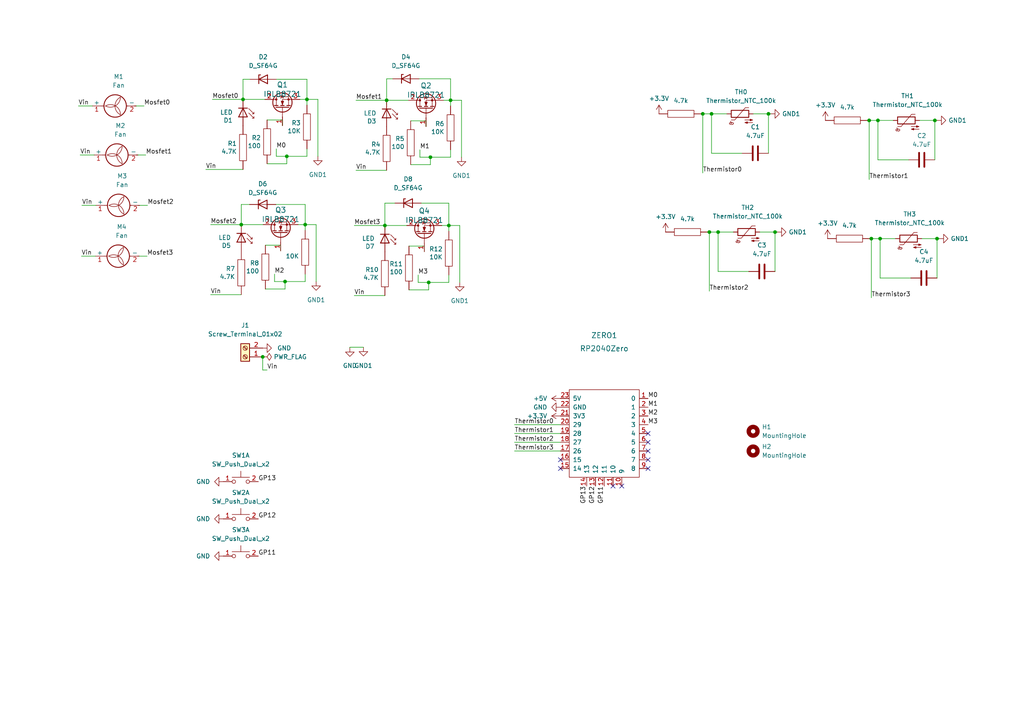
<source format=kicad_sch>
(kicad_sch (version 20230121) (generator eeschema)
  (paper "A4")
  (title_block (title "Aux board") (date "2023-02-12") (rev "0"))
  (lib_symbols
    (symbol "Connector:Screw_Terminal_01x02" (pin_names (offset 1.016) hide)
      (property "Reference" "J" (at 0 2.54 0))
      (property "Value" "Screw_Terminal_01x02" (at 0 -5.08 0))
      (symbol "Screw_Terminal_01x02_1_1"
        (rectangle (start -1.27 1.27) (end 1.27 -3.81) (stroke (width 0.254)) (fill (type background)))
        (circle (center 0 -2.54) (radius 0.635) (stroke (width 0.1524)))
        (polyline (pts (xy -0.5334 -2.2098) (xy 0.3302 -3.048)) (stroke (width 0.1524)))
        (polyline (pts (xy -0.5334 0.3302) (xy 0.3302 -0.508)) (stroke (width 0.1524)))
        (polyline (pts (xy -0.3556 -2.032) (xy 0.508 -2.8702)) (stroke (width 0.1524)))
        (polyline (pts (xy -0.3556 0.508) (xy 0.508 -0.3302)) (stroke (width 0.1524)))
        (circle (center 0 0) (radius 0.635) (stroke (width 0.1524)))
        (pin passive line (at -5.08 0 0) (length 3.81) (name "Pin_1") (number "1"))
        (pin passive line (at -5.08 -2.54 0) (length 3.81) (name "Pin_2") (number "2"))
      )
    )
    (symbol "Device:C" (pin_numbers hide) (pin_names (offset 0.254))
      (property "Reference" "C" (at 0.635 2.54 0))
      (property "Value" "C" (at 0.635 -2.54 0))
      (symbol "C_0_1"
        (polyline (pts (xy -2.032 -0.762) (xy 2.032 -0.762)) (stroke (width 0.508)))
        (polyline (pts (xy -2.032 0.762) (xy 2.032 0.762)) (stroke (width 0.508)))
      )
      (symbol "C_1_1"
        (pin passive line (at 0 3.81 270) (length 2.794) (name "~") (number "1"))
        (pin passive line (at 0 -3.81 90) (length 2.794) (name "~") (number "2"))
      )
    )
    (symbol "Device:D_Zener" (pin_numbers hide) (pin_names (offset 1.016) hide)
      (property "Reference" "D" (at 0 2.54 0))
      (property "Value" "D_Zener" (at 0 -2.54 0))
      (symbol "D_Zener_0_1"
        (polyline (pts (xy 1.27 0) (xy -1.27 0)))
        (polyline (pts (xy -1.27 -1.27) (xy -1.27 1.27) (xy -0.762 1.27)) (stroke (width 0.254)))
        (polyline (pts (xy 1.27 -1.27) (xy 1.27 1.27) (xy -1.27 0) (xy 1.27 -1.27)) (stroke (width 0.254)))
      )
      (symbol "D_Zener_1_1"
        (pin passive line (at -3.81 0 0) (length 2.54) (name "K") (number "1"))
        (pin passive line (at 3.81 0 180) (length 2.54) (name "A") (number "2"))
      )
    )
    (symbol "Device:Thermistor_NTC" (pin_numbers hide) (pin_names (offset 0))
      (property "Reference" "TH" (at -4.445 0 90))
      (property "Value" "Thermistor_NTC" (at 3.175 0 90))
      (symbol "Thermistor_NTC_0_1"
        (arc (start -3.048 2.159) (mid -3.0495 2.3143) (end -3.175 2.413))
        (arc (start -3.048 2.159) (mid -2.9736 1.9794) (end -2.794 1.905))
        (arc (start -3.048 2.794) (mid -2.9736 2.6144) (end -2.794 2.54))
        (arc (start -2.794 1.905) (mid -2.6144 1.9794) (end -2.54 2.159))
        (arc (start -2.794 2.54) (mid -2.4393 2.5587) (end -2.159 2.794))
        (arc (start -2.794 3.048) (mid -2.9736 2.9736) (end -3.048 2.794))
        (arc (start -2.54 2.794) (mid -2.6144 2.9736) (end -2.794 3.048))
        (rectangle (start -1.016 2.54) (end 1.016 -2.54) (stroke (width 0.254)))
        (polyline (pts (xy -2.54 2.159) (xy -2.54 2.794)))
        (polyline (pts (xy -1.778 2.54) (xy -1.778 1.524) (xy 1.778 -1.524) (xy 1.778 -2.54)))
        (polyline (pts (xy -2.54 -3.683) (xy -2.54 -1.397) (xy -2.794 -2.159) (xy -2.286 -2.159) (xy -2.54 -1.397) (xy -2.54 -1.651)) (fill (type outline)))
        (polyline (pts (xy -1.778 -1.397) (xy -1.778 -3.683) (xy -2.032 -2.921) (xy -1.524 -2.921) (xy -1.778 -3.683) (xy -1.778 -3.429)) (fill (type outline)))
      )
      (symbol "Thermistor_NTC_1_1"
        (pin passive line (at 0 3.81 270) (length 1.27) (name "~") (number "1"))
        (pin passive line (at 0 -3.81 90) (length 1.27) (name "~") (number "2"))
      )
    )
    (symbol "LED:CQY99" (pin_numbers hide) (pin_names (offset 1.016) hide)
      (property "Reference" "D" (at 0.508 1.778 0))
      (property "Value" "CQY99" (at -1.016 -2.794 0))
      (symbol "CQY99_0_1"
        (polyline (pts (xy -2.54 1.27) (xy -2.54 -1.27)) (stroke (width 0.254)))
        (polyline (pts (xy 0 0) (xy -2.54 0)))
        (polyline (pts (xy 0.381 3.175) (xy -0.127 3.175)))
        (polyline (pts (xy -1.143 1.651) (xy 0.381 3.175) (xy 0.381 2.667)))
        (polyline (pts (xy 0 -1.27) (xy -2.54 0) (xy 0 1.27) (xy 0 -1.27)) (stroke (width 0.254)))
        (polyline (pts (xy -2.413 1.651) (xy -0.889 3.175) (xy -0.889 2.667) (xy -0.889 3.175) (xy -1.397 3.175)))
      )
      (symbol "CQY99_1_1"
        (pin passive line (at -5.08 0 0) (length 2.54) (name "K") (number "1"))
        (pin passive line (at 2.54 0 180) (length 2.54) (name "A") (number "2"))
      )
    )
    (symbol "Mechanical:MountingHole" (pin_names (offset 1.016))
      (property "Reference" "H" (at 0 5.08 0))
      (property "Value" "MountingHole" (at 0 3.175 0))
      (symbol "MountingHole_0_1"
        (circle (center 0 0) (radius 1.27) (stroke (width 1.27)))
      )
    )
    (symbol "Motor:Fan" (pin_names (offset 0))
      (property "Reference" "M" (at 2.54 5.08 0))
      (property "Value" "Fan" (at 2.54 -2.54 0))
      (symbol "Fan_0_1"
        (arc (start -2.54 -0.508) (mid 0.0028 0.9121) (end 0 3.81))
        (polyline (pts (xy 0 -5.08) (xy 0 -4.572)))
        (polyline (pts (xy 0 -2.2352) (xy 0 -2.6416)))
        (polyline (pts (xy 0 4.2672) (xy 0 4.6228)))
        (polyline (pts (xy 0 4.572) (xy 0 5.08)))
        (circle (center 0 1.016) (radius 3.2512) (stroke (width 0.254)))
        (arc (start 0 3.81) (mid 0.053 0.921) (end 2.54 -0.508))
        (arc (start 2.54 -0.508) (mid 0 1.0618) (end -2.54 -0.508))
      )
      (symbol "Fan_1_1"
        (pin passive line (at 0 7.62 270) (length 2.54) (name "+") (number "1"))
        (pin passive line (at 0 -5.08 90) (length 2.54) (name "-") (number "2"))
      )
    )
    (symbol "Switch:SW_Push_Dual_x2" (pin_names (offset 1.016) hide)
      (property "Reference" "SW" (at 1.27 2.54 0))
      (property "Value" "SW_Push_Dual_x2" (at 0 -1.524 0))
      (symbol "SW_Push_Dual_x2_0_1"
        (circle (center -2.032 0) (radius 0.508))
        (polyline (pts (xy 0 1.27) (xy 0 3.048)))
        (polyline (pts (xy 2.54 1.27) (xy -2.54 1.27)))
        (circle (center 2.032 0) (radius 0.508))
      )
      (symbol "SW_Push_Dual_x2_1_1"
        (pin passive line (at -5.08 0 0) (length 2.54) (name "C") (number "1"))
        (pin passive line (at 5.08 0 180) (length 2.54) (name "D") (number "2"))
      )
      (symbol "SW_Push_Dual_x2_2_1"
        (pin passive line (at -5.08 0 0) (length 2.54) (name "C") (number "3"))
        (pin passive line (at 5.08 0 180) (length 2.54) (name "D") (number "4"))
      )
    )
    (symbol "Transistor_FET:IRLB8721PBF" (pin_names hide)
      (property "Reference" "Q" (at 6.35 1.905 0))
      (property "Value" "IRLB8721PBF" (at 6.35 0 0))
      (symbol "IRLB8721PBF_0_1"
        (polyline (pts (xy 0.254 0) (xy -2.54 0)))
        (polyline (pts (xy 0.254 1.905) (xy 0.254 -1.905)) (stroke (width 0.254)))
        (polyline (pts (xy 0.762 -1.27) (xy 0.762 -2.286)) (stroke (width 0.254)))
        (polyline (pts (xy 0.762 0.508) (xy 0.762 -0.508)) (stroke (width 0.254)))
        (polyline (pts (xy 0.762 2.286) (xy 0.762 1.27)) (stroke (width 0.254)))
        (polyline (pts (xy 2.54 2.54) (xy 2.54 1.778)))
        (polyline (pts (xy 2.54 -2.54) (xy 2.54 0) (xy 0.762 0)))
        (polyline (pts (xy 0.762 -1.778) (xy 3.302 -1.778) (xy 3.302 1.778) (xy 0.762 1.778)))
        (polyline (pts (xy 1.016 0) (xy 2.032 0.381) (xy 2.032 -0.381) (xy 1.016 0)) (fill (type outline)))
        (polyline (pts (xy 2.794 0.508) (xy 2.921 0.381) (xy 3.683 0.381) (xy 3.81 0.254)))
        (polyline (pts (xy 3.302 0.381) (xy 2.921 -0.254) (xy 3.683 -0.254) (xy 3.302 0.381)))
        (circle (center 1.651 0) (radius 2.794) (stroke (width 0.254)))
        (circle (center 2.54 -1.778) (radius 0.254) (fill (type outline)))
        (circle (center 2.54 1.778) (radius 0.254) (fill (type outline)))
      )
      (symbol "IRLB8721PBF_1_1"
        (pin input line (at -5.08 0 0) (length 2.54) (name "G") (number "1"))
        (pin passive line (at 2.54 5.08 270) (length 2.54) (name "D") (number "2"))
        (pin passive line (at 2.54 -5.08 90) (length 2.54) (name "S") (number "3"))
      )
    )
    (symbol "mcu:rp2040-zero" (pin_names (offset 1.016))
      (property "Reference" "U" (at 0 15.24 0))
      (property "Value" "rp2040-zero" (at 0 12.7 0))
      (symbol "rp2040-zero_0_1"
        (rectangle (start -10.16 11.43) (end 10.16 -13.97))
      )
      (symbol "rp2040-zero_1_1"
        (pin bidirectional line (at 12.7 8.89 180) (length 2.54) (name "0") (number "1"))
        (pin bidirectional line (at 5.08 -16.51 90) (length 2.54) (name "9") (number "10"))
        (pin bidirectional line (at 2.54 -16.51 90) (length 2.54) (name "10") (number "11"))
        (pin bidirectional line (at 0 -16.51 90) (length 2.54) (name "11") (number "12"))
        (pin bidirectional line (at -2.54 -16.51 90) (length 2.54) (name "12") (number "13"))
        (pin bidirectional line (at -5.08 -16.51 90) (length 2.54) (name "13") (number "14"))
        (pin bidirectional line (at -12.7 -11.43 0) (length 2.54) (name "14") (number "15"))
        (pin bidirectional line (at -12.7 -8.89 0) (length 2.54) (name "15") (number "16"))
        (pin bidirectional line (at -12.7 -6.35 0) (length 2.54) (name "26") (number "17"))
        (pin bidirectional line (at -12.7 -3.81 0) (length 2.54) (name "27") (number "18"))
        (pin bidirectional line (at -12.7 -1.27 0) (length 2.54) (name "28") (number "19"))
        (pin bidirectional line (at 12.7 6.35 180) (length 2.54) (name "1") (number "2"))
        (pin bidirectional line (at -12.7 1.27 0) (length 2.54) (name "29") (number "20"))
        (pin power_out line (at -12.7 3.81 0) (length 2.54) (name "3V3") (number "21"))
        (pin power_out line (at -12.7 6.35 0) (length 2.54) (name "GND") (number "22"))
        (pin power_out line (at -12.7 8.89 0) (length 2.54) (name "5V") (number "23"))
        (pin bidirectional line (at 12.7 3.81 180) (length 2.54) (name "2") (number "3"))
        (pin bidirectional line (at 12.7 1.27 180) (length 2.54) (name "3") (number "4"))
        (pin bidirectional line (at 12.7 -1.27 180) (length 2.54) (name "4") (number "5"))
        (pin bidirectional line (at 12.7 -3.81 180) (length 2.54) (name "5") (number "6"))
        (pin bidirectional line (at 12.7 -6.35 180) (length 2.54) (name "6") (number "7"))
        (pin bidirectional line (at 12.7 -8.89 180) (length 2.54) (name "7") (number "8"))
        (pin bidirectional line (at 12.7 -11.43 180) (length 2.54) (name "8") (number "9"))
      )
    )
    (symbol "power:+3.3V" (power) (pin_names (offset 0))
      (property "Value" "+3.3V" (at 0 3.556 0))
      (symbol "+3.3V_0_1"
        (polyline (pts (xy -0.762 1.27) (xy 0 2.54)))
        (polyline (pts (xy 0 0) (xy 0 2.54)))
        (polyline (pts (xy 0 2.54) (xy 0.762 1.27)))
      )
      (symbol "+3.3V_1_1"
        (pin power_in line (at 0 0 90) (length 0) hide (name "+3.3V") (number "1"))
      )
    )
    (symbol "power:+5V" (power) (pin_names (offset 0))
      (property "Value" "+5V" (at 0 3.556 0))
      (symbol "+5V_0_1"
        (polyline (pts (xy -0.762 1.27) (xy 0 2.54)))
        (polyline (pts (xy 0 0) (xy 0 2.54)))
        (polyline (pts (xy 0 2.54) (xy 0.762 1.27)))
      )
      (symbol "+5V_1_1"
        (pin power_in line (at 0 0 90) (length 0) hide (name "+5V") (number "1"))
      )
    )
    (symbol "power:GND" (power) (pin_names (offset 0))
      (property "Value" "GND" (at 0 -3.81 0))
      (symbol "GND_0_1"
        (polyline (pts (xy 0 0) (xy 0 -1.27) (xy 1.27 -1.27) (xy 0 -2.54) (xy -1.27 -1.27) (xy 0 -1.27)))
      )
      (symbol "GND_1_1"
        (pin power_in line (at 0 0 270) (length 0) hide (name "GND") (number "1"))
      )
    )
    (symbol "power:GND1" (power) (pin_names (offset 0))
      (property "Value" "GND1" (at 0 -3.81 0))
      (symbol "GND1_0_1"
        (polyline (pts (xy 0 0) (xy 0 -1.27) (xy 1.27 -1.27) (xy 0 -2.54) (xy -1.27 -1.27) (xy 0 -1.27)))
      )
      (symbol "GND1_1_1"
        (pin power_in line (at 0 0 270) (length 0) hide (name "GND1") (number "1"))
      )
    )
    (symbol "power:PWR_FLAG" (power) (pin_numbers hide) (pin_names (offset 0) hide)
      (property "Value" "PWR_FLAG" (at 0 3.81 0))
      (symbol "PWR_FLAG_0_0"
        (pin power_out line (at 0 0 90) (length 0) (name "pwr") (number "1"))
      )
      (symbol "PWR_FLAG_0_1"
        (polyline (pts (xy 0 0) (xy 0 1.27) (xy -1.016 1.905) (xy 0 2.54) (xy 1.016 1.905) (xy 0 1.27)))
      )
    )
    (symbol "pspice:R" (pin_numbers hide) (pin_names (offset 0))
      (property "Reference" "R" (at 2.032 0 90))
      (property "Value" "R" (at 0 0 90))
      (symbol "R_0_1"
        (rectangle (start -1.016 3.81) (end 1.016 -3.81))
      )
      (symbol "R_1_1"
        (pin passive line (at 0 6.35 270) (length 2.54) (name "~") (number "1"))
        (pin passive line (at 0 -6.35 90) (length 2.54) (name "~") (number "2"))
      )
    )
  )
  (junction (at 124.841 45.593))
  (junction (at 224.79 67.31))
  (junction (at 89.027 28.829))
  (junction (at 83.185 45.339))
  (junction (at 222.885 33.02))
  (junction (at 208.28 67.31))
  (junction (at 130.683 29.083))
  (junction (at 76.2 103.505))
  (junction (at 255.27 69.215))
  (junction (at 252.095 34.925))
  (junction (at 271.78 69.215))
  (junction (at 203.835 33.02))
  (junction (at 82.677 81.661))
  (junction (at 271.145 34.925))
  (junction (at 111.633 65.405))
  (junction (at 69.977 65.151))
  (junction (at 252.73 69.215))
  (junction (at 206.375 33.02))
  (junction (at 130.175 65.405))
  (junction (at 124.333 81.915))
  (junction (at 205.74 67.31))
  (junction (at 254.635 34.925))
  (junction (at 88.519 65.151))
  (junction (at 70.485 28.829))
  (junction (at 112.141 29.083))
  (no_connect (at 187.96 135.89))
  (no_connect (at 187.96 133.35))
  (no_connect (at 177.8 140.97))
  (no_connect (at 187.96 128.27))
  (no_connect (at 187.96 130.81))
  (no_connect (at 162.56 133.35))
  (no_connect (at 187.96 125.73))
  (no_connect (at 180.34 140.97))
  (no_connect (at 162.56 135.89))
  (wire (pts (xy 76.962 71.12) (xy 81.407 71.12)))
  (wire (pts (xy 254.635 46.355) (xy 254.635 34.925)))
  (wire (pts (xy 23.749 59.563) (xy 27.813 59.563)))
  (wire (pts (xy 217.17 78.74) (xy 208.28 78.74)))
  (wire (pts (xy 263.525 46.355) (xy 254.635 46.355)))
  (wire (pts (xy 130.175 65.405) (xy 130.175 67.056)))
  (wire (pts (xy 69.977 85.471) (xy 61.087 85.471)))
  (wire (pts (xy 203.835 33.02) (xy 203.835 50.165)))
  (wire (pts (xy 222.885 33.02) (xy 222.885 44.45)))
  (wire (pts (xy 77.47 34.798) (xy 81.915 34.798)))
  (wire (pts (xy 267.335 69.215) (xy 271.78 69.215)))
  (wire (pts (xy 124.333 84.074) (xy 124.333 81.915)))
  (wire (pts (xy 112.141 22.86) (xy 112.141 29.083)))
  (wire (pts (xy 112.141 49.403) (xy 103.251 49.403)))
  (wire (pts (xy 111.633 65.405) (xy 117.983 65.405)))
  (wire (pts (xy 61.595 28.829) (xy 70.485 28.829)))
  (wire (pts (xy 252.095 34.925) (xy 254.635 34.925)))
  (wire (pts (xy 59.69 49.149) (xy 70.485 49.149)))
  (wire (pts (xy 69.977 65.151) (xy 61.087 65.151)))
  (wire (pts (xy 72.517 22.987) (xy 70.485 22.987)))
  (wire (pts (xy 124.333 81.915) (xy 121.285 81.915)))
  (wire (pts (xy 89.027 28.829) (xy 92.202 28.829)))
  (wire (pts (xy 112.141 29.083) (xy 118.491 29.083)))
  (wire (pts (xy 130.175 79.756) (xy 130.175 81.915)))
  (wire (pts (xy 121.793 45.593) (xy 121.793 43.434)))
  (wire (pts (xy 89.027 22.987) (xy 89.027 28.829)))
  (wire (pts (xy 208.28 67.31) (xy 212.725 67.31)))
  (wire (pts (xy 271.78 69.215) (xy 271.78 80.645)))
  (wire (pts (xy 92.202 28.829) (xy 92.202 45.339)))
  (wire (pts (xy 80.01 59.309) (xy 88.519 59.309)))
  (wire (pts (xy 77.47 107.315) (xy 76.2 107.315)))
  (wire (pts (xy 113.919 22.86) (xy 112.141 22.86)))
  (wire (pts (xy 83.185 45.339) (xy 89.027 45.339)))
  (wire (pts (xy 203.835 33.02) (xy 206.375 33.02)))
  (wire (pts (xy 77.47 47.498) (xy 83.185 47.498)))
  (wire (pts (xy 215.265 44.45) (xy 206.375 44.45)))
  (wire (pts (xy 271.145 34.925) (xy 271.145 46.355)))
  (wire (pts (xy 252.095 34.925) (xy 252.095 52.07)))
  (wire (pts (xy 83.185 47.498) (xy 83.185 45.339)))
  (wire (pts (xy 114.554 58.928) (xy 111.633 58.928)))
  (wire (pts (xy 205.74 67.31) (xy 208.28 67.31)))
  (wire (pts (xy 39.497 30.734) (xy 41.783 30.734)))
  (wire (pts (xy 88.519 79.502) (xy 88.519 81.661)))
  (wire (pts (xy 88.519 59.309) (xy 88.519 65.151)))
  (wire (pts (xy 205.74 67.31) (xy 205.74 84.455)))
  (wire (pts (xy 124.841 45.593) (xy 121.793 45.593)))
  (wire (pts (xy 121.539 22.86) (xy 130.683 22.86)))
  (wire (pts (xy 91.694 65.151) (xy 91.694 81.661)))
  (wire (pts (xy 149.225 125.73) (xy 162.56 125.73)))
  (wire (pts (xy 40.005 44.958) (xy 42.291 44.958)))
  (wire (pts (xy 111.633 65.405) (xy 102.743 65.405)))
  (wire (pts (xy 130.683 29.083) (xy 133.858 29.083)))
  (wire (pts (xy 40.513 59.563) (xy 42.799 59.563)))
  (wire (pts (xy 76.2 107.315) (xy 76.2 103.505)))
  (wire (pts (xy 222.885 33.02) (xy 223.52 33.02)))
  (wire (pts (xy 111.633 65.405) (xy 111.633 66.675)))
  (wire (pts (xy 88.519 65.151) (xy 88.519 66.802)))
  (wire (pts (xy 124.841 47.752) (xy 124.841 45.593)))
  (wire (pts (xy 101.473 100.711) (xy 101.473 100.838)))
  (wire (pts (xy 208.28 78.74) (xy 208.28 67.31)))
  (wire (pts (xy 206.375 44.45) (xy 206.375 33.02)))
  (wire (pts (xy 86.487 65.151) (xy 88.519 65.151)))
  (wire (pts (xy 23.241 44.958) (xy 27.305 44.958)))
  (wire (pts (xy 69.977 65.151) (xy 69.977 66.421)))
  (wire (pts (xy 130.175 65.405) (xy 133.35 65.405)))
  (wire (pts (xy 76.962 83.82) (xy 82.677 83.82)))
  (wire (pts (xy 89.027 43.18) (xy 89.027 45.339)))
  (wire (pts (xy 218.44 33.02) (xy 222.885 33.02)))
  (wire (pts (xy 80.137 45.339) (xy 80.137 43.18)))
  (wire (pts (xy 255.27 80.645) (xy 255.27 69.215)))
  (wire (pts (xy 22.733 30.734) (xy 26.797 30.734)))
  (wire (pts (xy 118.618 84.074) (xy 124.333 84.074)))
  (wire (pts (xy 119.126 35.052) (xy 123.571 35.052)))
  (wire (pts (xy 128.143 65.405) (xy 130.175 65.405)))
  (wire (pts (xy 255.27 69.215) (xy 259.715 69.215)))
  (wire (pts (xy 70.485 22.987) (xy 70.485 28.829)))
  (wire (pts (xy 118.618 71.374) (xy 123.063 71.374)))
  (wire (pts (xy 69.977 59.309) (xy 69.977 65.151)))
  (wire (pts (xy 86.995 28.829) (xy 89.027 28.829)))
  (wire (pts (xy 130.683 22.86) (xy 130.683 29.083)))
  (wire (pts (xy 271.145 34.925) (xy 271.78 34.925)))
  (wire (pts (xy 112.141 29.083) (xy 112.141 30.353)))
  (wire (pts (xy 40.386 74.295) (xy 42.672 74.295)))
  (wire (pts (xy 130.175 58.928) (xy 130.175 65.405)))
  (wire (pts (xy 82.677 81.661) (xy 88.519 81.661)))
  (wire (pts (xy 69.977 65.151) (xy 76.327 65.151)))
  (wire (pts (xy 80.137 22.987) (xy 89.027 22.987)))
  (wire (pts (xy 82.677 83.82) (xy 82.677 81.661)))
  (wire (pts (xy 121.285 81.915) (xy 121.285 79.756)))
  (wire (pts (xy 266.7 34.925) (xy 271.145 34.925)))
  (wire (pts (xy 72.39 59.309) (xy 69.977 59.309)))
  (wire (pts (xy 23.622 74.295) (xy 27.686 74.295)))
  (wire (pts (xy 206.375 33.02) (xy 210.82 33.02)))
  (wire (pts (xy 111.633 58.928) (xy 111.633 65.405)))
  (wire (pts (xy 130.683 43.434) (xy 130.683 45.593)))
  (wire (pts (xy 112.141 29.083) (xy 103.251 29.083)))
  (wire (pts (xy 79.629 81.661) (xy 79.629 79.502)))
  (wire (pts (xy 124.333 81.915) (xy 130.175 81.915)))
  (wire (pts (xy 149.225 128.27) (xy 162.56 128.27)))
  (wire (pts (xy 149.225 130.81) (xy 162.56 130.81)))
  (wire (pts (xy 123.571 35.052) (xy 123.571 36.703)))
  (wire (pts (xy 149.225 123.19) (xy 162.56 123.19)))
  (wire (pts (xy 122.174 58.928) (xy 130.175 58.928)))
  (wire (pts (xy 83.185 45.339) (xy 80.137 45.339)))
  (wire (pts (xy 271.78 69.215) (xy 272.415 69.215)))
  (wire (pts (xy 130.683 29.083) (xy 130.683 30.734)))
  (wire (pts (xy 264.16 80.645) (xy 255.27 80.645)))
  (wire (pts (xy 252.73 69.215) (xy 252.73 86.36)))
  (wire (pts (xy 133.858 29.083) (xy 133.858 45.593)))
  (wire (pts (xy 81.915 34.798) (xy 81.915 36.449)))
  (wire (pts (xy 88.519 65.151) (xy 91.694 65.151)))
  (wire (pts (xy 119.126 47.752) (xy 124.841 47.752)))
  (wire (pts (xy 128.651 29.083) (xy 130.683 29.083)))
  (wire (pts (xy 224.79 67.31) (xy 224.79 78.74)))
  (wire (pts (xy 133.35 65.405) (xy 133.35 81.915)))
  (wire (pts (xy 224.79 67.31) (xy 225.425 67.31)))
  (wire (pts (xy 89.027 28.829) (xy 89.027 30.48)))
  (wire (pts (xy 124.841 45.593) (xy 130.683 45.593)))
  (wire (pts (xy 82.677 81.661) (xy 79.629 81.661)))
  (wire (pts (xy 252.73 69.215) (xy 255.27 69.215)))
  (wire (pts (xy 105.41 100.711) (xy 101.473 100.711)))
  (wire (pts (xy 111.633 85.725) (xy 102.743 85.725)))
  (wire (pts (xy 254.635 34.925) (xy 259.08 34.925)))
  (wire (pts (xy 81.407 71.12) (xy 81.407 72.771)))
  (wire (pts (xy 123.063 71.374) (xy 123.063 73.025)))
  (wire (pts (xy 220.345 67.31) (xy 224.79 67.31)))
  (wire (pts (xy 70.485 28.829) (xy 76.835 28.829)))
  (label "M2" (at 187.96 120.65 0))
  (label "Vin" (at 23.622 74.295 0))
  (label "Mosfet0" (at 41.783 30.734 0))
  (label "GP11" (at 74.93 161.29 0))
  (label "Thermistor0" (at 149.225 123.19 0))
  (label "M1" (at 187.96 118.11 0))
  (label "Vin" (at 102.743 85.725 0))
  (label "Vin" (at 103.251 49.403 0))
  (label "Vin" (at 61.087 85.471 0))
  (label "GP12" (at 172.72 140.97 270))
  (label "GP11" (at 175.26 140.97 270))
  (label "Mosfet2" (at 61.087 65.151 0))
  (label "Vin" (at 23.241 44.958 0))
  (label "Mosfet0" (at 61.595 28.829 0))
  (label "M3" (at 121.285 79.756 0))
  (label "Vin" (at 22.733 30.734 0))
  (label "Vin" (at 23.749 59.563 0))
  (label "Mosfet1" (at 103.251 29.083 0))
  (label "M2" (at 79.629 79.502 0))
  (label "Thermistor2" (at 149.225 128.27 0))
  (label "GP12" (at 74.93 150.495 0))
  (label "Thermistor3" (at 149.225 130.81 0))
  (label "Thermistor1" (at 149.225 125.73 0))
  (label "Thermistor2" (at 205.74 84.455 0))
  (label "Mosfet2" (at 42.799 59.563 0))
  (label "M1" (at 121.793 43.434 0))
  (label "M0" (at 80.137 43.18 0))
  (label "Thermistor1" (at 252.095 52.07 0))
  (label "Vin" (at 77.47 107.315 0))
  (label "Mosfet1" (at 42.291 44.958 0))
  (label "Mosfet3" (at 42.672 74.295 0))
  (label "Vin" (at 59.69 49.149 0))
  (label "Thermistor0" (at 203.835 50.165 0))
  (label "Mosfet3" (at 102.743 65.405 0))
  (label "M0" (at 187.96 115.57 0))
  (label "M3" (at 187.96 123.19 0))
  (label "GP13" (at 170.18 140.97 270))
  (label "Thermistor3" (at 252.73 86.36 0))
  (label "GP13" (at 74.93 139.7 0))
  (symbol (lib_id "mcu:rp2040-zero") (at 175.26 124.46 0) (unit 1)
    (property "Reference" "ZERO1" (at 175.26 97.282 0) (effects (font (size 1.524 1.524))))
    (property "Value" "RP2040Zero" (at 175.26 101.092 0) (effects (font (size 1.524 1.524))))
    (property "Footprint" "mcu:rp2040-zero-tht" (effects hide))
  )
  (symbol (lib_id "power:GND") (at 64.77 161.29 270) (unit 1)
    (property "Reference" "#PWR011" (effects hide))
    (property "Value" "GND" (at 60.96 161.29 90) (effects (justify right)))
  )
  (symbol (lib_id "LED:CQY99") (at 70.485 33.909 270) (unit 1)
    (property "Reference" "D1" (at 67.5132 34.8996 90) (effects (justify right)))
    (property "Value" "LED" (at 67.5132 32.5882 90) (effects (justify right)))
    (property "Footprint" "LED_THT:LED_D1.8mm_W3.3mm_H2.4mm" (effects hide))
  )
  (symbol (lib_id "power:+3.3V") (at 239.395 34.925 0) (unit 1)
    (property "Reference" "#PWR07" (effects hide))
    (property "Value" "+3.3V" (at 239.395 30.48 0))
  )
  (symbol (lib_id "pspice:R") (at 130.683 37.084 0) (mirror x) (unit 1)
    (property "Reference" "R6" (at 128.905 35.9156 0) (effects (justify right)))
    (property "Value" "10K" (at 128.905 38.227 0) (effects (justify right)))
    (property "Footprint" "Resistor_THT:R_Axial_DIN0207_L6.3mm_D2.5mm_P2.54mm_Vertical" (effects hide))
    (property "LCSC" "C17414" (effects hide))
    (property "MPN" "RC0805JR-0710KL" (effects hide))
    (property "SKU" "301010361" (effects hide))
  )
  (symbol (lib_id "Device:Thermistor_NTC") (at 216.535 67.31 90) (unit 1)
    (property "Reference" "TH2" (at 216.8525 60.198 90))
    (property "Value" "Thermistor_NTC_100k" (at 216.8525 62.738 90))
    (property "Footprint" "Connector_JST:JST_XH_B2B-XH-A_1x02_P2.50mm_Vertical" (effects hide))
  )
  (symbol (lib_id "Motor:Fan") (at 34.417 30.734 90) (unit 1)
    (property "Reference" "M1" (at 34.417 22.225 90))
    (property "Value" "Fan" (at 34.417 24.765 90))
    (property "Footprint" "Connector_JST:JST_XH_B2B-XH-A_1x02_P2.50mm_Vertical" (effects hide))
  )
  (symbol (lib_id "Switch:SW_Push_Dual_x2") (at 69.85 161.29 0) (unit 1)
    (property "Reference" "SW3" (at 69.85 153.67 0))
    (property "Value" "SW_Push_Dual_x2" (at 69.85 156.21 0))
    (property "Footprint" "Connector_JST:JST_XH_B2B-XH-A_1x02_P2.50mm_Vertical" (effects hide))
  )
  (symbol (lib_id "Device:D_Zener") (at 76.2 59.309 0) (unit 1)
    (property "Reference" "D6" (at 76.2 53.34 0))
    (property "Value" "D_SF64G" (at 76.2 55.88 0))
    (property "Footprint" "Diode_THT:D_DO-34_SOD68_P7.62mm_Horizontal" (effects hide))
  )
  (symbol (lib_id "Connector:Screw_Terminal_01x02") (at 71.12 103.505 180) (unit 1)
    (property "Reference" "J1" (at 71.12 94.361 0))
    (property "Value" "Screw_Terminal_01x02" (at 71.12 96.901 0))
    (property "Footprint" "TerminalBlock_Phoenix:TerminalBlock_Phoenix_MKDS-1,5-2_1x02_P5.00mm_Horizontal" (effects hide))
  )
  (symbol (lib_id "Switch:SW_Push_Dual_x2") (at 69.85 139.7 0) (unit 1)
    (property "Reference" "SW1" (at 69.85 132.08 0))
    (property "Value" "SW_Push_Dual_x2" (at 69.85 134.62 0))
    (property "Footprint" "Connector_JST:JST_XH_B2B-XH-A_1x02_P2.50mm_Vertical" (effects hide))
  )
  (symbol (lib_id "Device:C") (at 267.97 80.645 90) (unit 1)
    (property "Reference" "C4" (at 267.97 73.025 90))
    (property "Value" "4.7uF" (at 267.97 75.565 90))
    (property "Footprint" "Capacitor_THT:CP_Radial_D4.0mm_P1.50mm" (effects hide))
  )
  (symbol (lib_id "pspice:R") (at 76.962 77.47 0) (mirror x) (unit 1)
    (property "Reference" "R8" (at 75.184 76.3016 0) (effects (justify right)))
    (property "Value" "100" (at 75.184 78.613 0) (effects (justify right)))
    (property "Footprint" "Resistor_THT:R_Axial_DIN0207_L6.3mm_D2.5mm_P2.54mm_Vertical" (effects hide))
    (property "LCSC" "C17408" (effects hide))
    (property "MPN" "RC0805JR-07100RL" (effects hide))
    (property "SKU" "301010319" (effects hide))
  )
  (symbol (lib_id "LED:CQY99") (at 112.141 34.163 270) (unit 1)
    (property "Reference" "D3" (at 109.1692 35.1536 90) (effects (justify right)))
    (property "Value" "LED" (at 109.1692 32.8422 90) (effects (justify right)))
    (property "Footprint" "LED_THT:LED_D1.8mm_W3.3mm_H2.4mm" (effects hide))
  )
  (symbol (lib_id "power:GND1") (at 92.202 45.339 0) (unit 1)
    (property "Reference" "#PWR0109" (effects hide))
    (property "Value" "GND1" (at 92.202 50.673 0))
  )
  (symbol (lib_id "power:+3.3V") (at 240.03 69.215 0) (unit 1)
    (property "Reference" "#PWR08" (effects hide))
    (property "Value" "+3.3V" (at 240.03 64.77 0))
  )
  (symbol (lib_id "power:GND1") (at 133.858 45.593 0) (unit 1)
    (property "Reference" "#PWR0111" (effects hide))
    (property "Value" "GND1" (at 133.858 50.927 0))
  )
  (symbol (lib_id "Device:D_Zener") (at 76.327 22.987 0) (unit 1)
    (property "Reference" "D2" (at 76.327 16.51 0))
    (property "Value" "D_SF64G" (at 76.327 19.05 0))
    (property "Footprint" "Diode_THT:D_DO-34_SOD68_P7.62mm_Horizontal" (effects hide))
  )
  (symbol (lib_id "Motor:Fan") (at 35.433 59.563 90) (unit 1)
    (property "Reference" "M3" (at 35.433 51.054 90))
    (property "Value" "Fan" (at 35.433 53.594 90))
    (property "Footprint" "Connector_JST:JST_XH_B2B-XH-A_1x02_P2.50mm_Vertical" (effects hide))
  )
  (symbol (lib_id "Transistor_FET:IRLB8721PBF") (at 123.571 31.623 90) (unit 1)
    (property "Reference" "Q2" (at 123.571 24.8412 90) (effects (font (size 1.524 1.524))))
    (property "Value" "IRLB8721" (at 123.571 27.5336 90) (effects (font (size 1.524 1.524))))
    (property "Footprint" "Package_TO_SOT_THT:TO-220-3_Horizontal_TabDown" (effects hide))
    (property "Datasheet" "http://www.infineon.com/dgdl/irlb8721pbf.pdf?fileId=5546d462533600a40153566056732591" (effects hide))
    (property "Alternate PN#" "AO3400A" (effects hide))
    (property "Category" "Discrete Semiconductor Products" (effects hide))
    (property "DK_Datasheet_Link" "https://www.infineon.com/dgdl/irlml6344pbf.pdf?fileId=5546d462533600a4015356689c44262c" (effects hide))
    (property "DK_Detail_Page" "/product-detail/en/infineon-technologies/IRLML6344TRPBF/IRLML6344TRPBFCT-ND/2538168" (effects hide))
    (property "Description" "MOSFET N-CH 30V 5A SOT23" (effects hide))
    (property "Digi-Key_PN" "IRLML6344TRPBFCT-ND" (effects hide))
    (property "Family" "Transistors - FETs, MOSFETs - Single" (effects hide))
    (property "LCSC" "C20917" (effects hide))
    (property "MPN" "IRLML6344TRPBF" (effects hide))
    (property "Manufacturer" "Infineon Technologies" (effects hide))
    (property "Status" "Active" (effects hide))
  )
  (symbol (lib_id "Device:C") (at 267.335 46.355 90) (unit 1)
    (property "Reference" "C2" (at 267.335 39.37 90))
    (property "Value" "4.7uF" (at 267.335 41.91 90))
    (property "Footprint" "Capacitor_THT:CP_Radial_D4.0mm_P1.50mm" (effects hide))
  )
  (symbol (lib_id "pspice:R") (at 77.47 41.148 0) (mirror x) (unit 1)
    (property "Reference" "R2" (at 75.692 39.9796 0) (effects (justify right)))
    (property "Value" "100" (at 75.692 42.291 0) (effects (justify right)))
    (property "Footprint" "Resistor_THT:R_Axial_DIN0207_L6.3mm_D2.5mm_P2.54mm_Vertical" (effects hide))
    (property "LCSC" "C17408" (effects hide))
    (property "MPN" "RC0805JR-07100RL" (effects hide))
    (property "SKU" "301010319" (effects hide))
  )
  (symbol (lib_id "pspice:R") (at 245.745 34.925 90) (unit 1)
    (property "Reference" "T1R2" (effects hide))
    (property "Value" "4.7k" (at 245.745 31.115 90))
    (property "Footprint" "Resistor_THT:R_Axial_DIN0207_L6.3mm_D2.5mm_P2.54mm_Vertical" (effects hide))
  )
  (symbol (lib_id "LED:CQY99") (at 111.633 70.485 270) (unit 1)
    (property "Reference" "D7" (at 108.6612 71.4756 90) (effects (justify right)))
    (property "Value" "LED" (at 108.6612 69.1642 90) (effects (justify right)))
    (property "Footprint" "LED_THT:LED_D1.8mm_W3.3mm_H2.4mm" (effects hide))
  )
  (symbol (lib_id "pspice:R") (at 246.38 69.215 90) (unit 1)
    (property "Reference" "T1R4" (effects hide))
    (property "Value" "4.7k" (at 246.38 65.405 90))
    (property "Footprint" "Resistor_THT:R_Axial_DIN0207_L6.3mm_D2.5mm_P2.54mm_Vertical" (effects hide))
  )
  (symbol (lib_id "Device:D_Zener") (at 118.364 58.928 0) (unit 1)
    (property "Reference" "D8" (at 118.364 51.943 0))
    (property "Value" "D_SF64G" (at 118.364 54.483 0))
    (property "Footprint" "Diode_THT:D_DO-34_SOD68_P7.62mm_Horizontal" (effects hide))
  )
  (symbol (lib_id "Mechanical:MountingHole") (at 218.44 130.81 0) (unit 1)
    (property "Reference" "H2" (at 220.98 129.54 0) (effects (justify left)))
    (property "Value" "MountingHole" (at 220.98 132.08 0) (effects (justify left)))
    (property "Footprint" "MountingHole:MountingHole_3.2mm_M3_DIN965_Pad" (effects hide))
  )
  (symbol (lib_id "Device:D_Zener") (at 117.729 22.86 0) (unit 1)
    (property "Reference" "D4" (at 117.729 16.51 0))
    (property "Value" "D_SF64G" (at 117.729 19.05 0))
    (property "Footprint" "Diode_THT:D_DO-34_SOD68_P7.62mm_Horizontal" (effects hide))
    (property "Datasheet" "https://www.taiwansemi.com/assets/uploads/datasheet/SF61G%20SERIES_G2105.pdf" (effects hide))
  )
  (symbol (lib_id "Motor:Fan") (at 35.306 74.295 90) (unit 1)
    (property "Reference" "M4" (at 35.306 65.786 90))
    (property "Value" "Fan" (at 35.306 68.326 90))
    (property "Footprint" "TerminalBlock_Phoenix:TerminalBlock_Phoenix_MKDS-1,5-2_1x02_P5.00mm_Horizontal" (effects hide))
    (property "Datasheet" "https://cdn.sparkfun.com/assets/d/b/2/5/f/HA-522-XXP.pdf" (effects hide))
    (property "Product Page" "https://www.sparkfun.com/products/15898" (effects hide))
  )
  (symbol (lib_id "pspice:R") (at 88.519 73.152 0) (mirror x) (unit 1)
    (property "Reference" "R9" (effects hide))
    (property "Value" "10K" (at 86.741 74.295 0) (effects (justify right)))
    (property "Footprint" "Resistor_THT:R_Axial_DIN0207_L6.3mm_D2.5mm_P2.54mm_Vertical" (effects hide))
    (property "LCSC" "C17414" (effects hide))
    (property "MPN" "RC0805JR-0710KL" (effects hide))
    (property "SKU" "301010361" (effects hide))
  )
  (symbol (lib_id "power:GND1") (at 133.35 81.915 0) (unit 1)
    (property "Reference" "#PWR0114" (effects hide))
    (property "Value" "GND1" (at 133.35 87.249 0))
  )
  (symbol (lib_id "pspice:R") (at 197.485 33.02 90) (unit 1)
    (property "Reference" "T1R1" (effects hide))
    (property "Value" "4.7k" (at 197.485 29.21 90))
    (property "Footprint" "Resistor_THT:R_Axial_DIN0207_L6.3mm_D2.5mm_P2.54mm_Vertical" (effects hide))
  )
  (symbol (lib_id "Device:Thermistor_NTC") (at 263.525 69.215 90) (unit 1)
    (property "Reference" "TH3" (at 263.8425 62.103 90))
    (property "Value" "Thermistor_NTC_100k" (at 263.8425 64.643 90))
    (property "Footprint" "Connector_JST:JST_XH_B2B-XH-A_1x02_P2.50mm_Vertical" (effects hide))
  )
  (symbol (lib_id "Switch:SW_Push_Dual_x2") (at 69.85 150.495 0) (unit 1)
    (property "Reference" "SW2" (at 69.85 142.875 0))
    (property "Value" "SW_Push_Dual_x2" (at 69.85 145.415 0))
    (property "Footprint" "Connector_JST:JST_XH_B2B-XH-A_1x02_P2.50mm_Vertical" (effects hide))
  )
  (symbol (lib_id "Device:Thermistor_NTC") (at 214.63 33.02 90) (unit 1)
    (property "Reference" "TH0" (at 214.9475 26.67 90))
    (property "Value" "Thermistor_NTC_100k" (at 214.9475 29.21 90))
    (property "Footprint" "Connector_JST:JST_XH_B2B-XH-A_1x02_P2.50mm_Vertical" (effects hide))
  )
  (symbol (lib_id "Transistor_FET:IRLB8721PBF") (at 123.063 67.945 90) (unit 1)
    (property "Reference" "Q4" (at 123.063 61.1632 90) (effects (font (size 1.524 1.524))))
    (property "Value" "IRLB8721" (at 123.063 63.8556 90) (effects (font (size 1.524 1.524))))
    (property "Footprint" "Package_TO_SOT_THT:TO-220-3_Horizontal_TabDown" (effects hide))
    (property "Datasheet" "http://www.infineon.com/dgdl/irlb8721pbf.pdf?fileId=5546d462533600a40153566056732591" (effects hide))
    (property "Alternate PN#" "AO3400A" (effects hide))
    (property "Category" "Discrete Semiconductor Products" (effects hide))
    (property "DK_Datasheet_Link" "https://www.infineon.com/dgdl/irlml6344pbf.pdf?fileId=5546d462533600a4015356689c44262c" (effects hide))
    (property "DK_Detail_Page" "/product-detail/en/infineon-technologies/IRLML6344TRPBF/IRLML6344TRPBFCT-ND/2538168" (effects hide))
    (property "Description" "MOSFET N-CH 30V 5A SOT23" (effects hide))
    (property "Digi-Key_PN" "IRLML6344TRPBFCT-ND" (effects hide))
    (property "Family" "Transistors - FETs, MOSFETs - Single" (effects hide))
    (property "LCSC" "C20917" (effects hide))
    (property "MPN" "IRLML6344TRPBF" (effects hide))
    (property "Manufacturer" "Infineon Technologies" (effects hide))
    (property "Status" "Active" (effects hide))
  )
  (symbol (lib_id "power:GND") (at 64.77 150.495 270) (unit 1)
    (property "Reference" "#PWR010" (effects hide))
    (property "Value" "GND" (at 60.96 150.495 90) (effects (justify right)))
  )
  (symbol (lib_id "pspice:R") (at 119.126 41.402 0) (mirror x) (unit 1)
    (property "Reference" "R5" (at 117.348 40.2336 0) (effects (justify right)))
    (property "Value" "100" (at 117.348 42.545 0) (effects (justify right)))
    (property "Footprint" "Resistor_THT:R_Axial_DIN0207_L6.3mm_D2.5mm_P2.54mm_Vertical" (effects hide))
    (property "LCSC" "C17408" (effects hide))
    (property "MPN" "RC0805JR-07100RL" (effects hide))
    (property "SKU" "301010319" (effects hide))
  )
  (symbol (lib_id "power:GND") (at 101.473 100.838 0) (unit 1)
    (property "Reference" "#PWR0103" (effects hide))
    (property "Value" "GND" (at 101.473 106.045 0))
  )
  (symbol (lib_id "pspice:R") (at 89.027 36.83 0) (mirror x) (unit 1)
    (property "Reference" "R3" (at 87.249 35.6616 0) (effects (justify right)))
    (property "Value" "10K" (at 87.249 37.973 0) (effects (justify right)))
    (property "Footprint" "Resistor_THT:R_Axial_DIN0207_L6.3mm_D2.5mm_P2.54mm_Vertical" (effects hide))
    (property "LCSC" "C17414" (effects hide))
    (property "MPN" "RC0805JR-0710KL" (effects hide))
    (property "SKU" "301010361" (effects hide))
  )
  (symbol (lib_id "power:GND") (at 162.56 118.11 270) (unit 1)
    (property "Reference" "#PWR02" (effects hide))
    (property "Value" "GND" (at 158.75 118.11 90) (effects (justify right)))
  )
  (symbol (lib_id "power:GND1") (at 105.41 100.711 0) (unit 1)
    (property "Reference" "#PWR0101" (effects hide))
    (property "Value" "GND1" (at 105.41 106.045 0))
  )
  (symbol (lib_id "LED:CQY99") (at 69.977 70.231 270) (unit 1)
    (property "Reference" "D5" (at 67.0052 71.2216 90) (effects (justify right)))
    (property "Value" "LED" (at 67.0052 68.9102 90) (effects (justify right)))
    (property "Footprint" "LED_THT:LED_D1.8mm_W3.3mm_H2.4mm" (effects hide))
  )
  (symbol (lib_id "power:PWR_FLAG") (at 76.2 103.505 270) (unit 1)
    (property "Reference" "#FLG01" (effects hide))
    (property "Value" "PWR_FLAG" (at 79.375 103.505 90) (effects (justify left)))
  )
  (symbol (lib_id "power:GND1") (at 223.52 33.02 90) (unit 1)
    (property "Reference" "#PWR0105" (effects hide))
    (property "Value" "GND1" (at 226.822 33.0199 90) (effects (justify right)))
  )
  (symbol (lib_id "pspice:R") (at 70.485 42.799 0) (mirror x) (unit 1)
    (property "Reference" "R1" (at 68.707 41.6306 0) (effects (justify right)))
    (property "Value" "4.7K" (at 68.707 43.942 0) (effects (justify right)))
    (property "Footprint" "Resistor_THT:R_Axial_DIN0207_L6.3mm_D2.5mm_P2.54mm_Vertical" (effects hide))
    (property "LCSC" "C17673" (effects hide))
    (property "MPN" "RC0805JR-074K7L" (effects hide))
    (property "SKU" "301010306" (effects hide))
  )
  (symbol (lib_id "pspice:R") (at 111.633 79.375 0) (mirror x) (unit 1)
    (property "Reference" "R10" (at 109.855 78.2066 0) (effects (justify right)))
    (property "Value" "4.7K" (at 109.855 80.518 0) (effects (justify right)))
    (property "Footprint" "Resistor_THT:R_Axial_DIN0207_L6.3mm_D2.5mm_P2.54mm_Vertical" (effects hide))
    (property "LCSC" "C17673" (effects hide))
    (property "MPN" "RC0805JR-074K7L" (effects hide))
    (property "SKU" "301010306" (effects hide))
  )
  (symbol (lib_id "Transistor_FET:IRLB8721PBF") (at 81.407 67.691 90) (unit 1)
    (property "Reference" "Q3" (at 81.407 60.9092 90) (effects (font (size 1.524 1.524))))
    (property "Value" "IRLB8721" (at 81.407 63.6016 90) (effects (font (size 1.524 1.524))))
    (property "Footprint" "Package_TO_SOT_THT:TO-220-3_Horizontal_TabDown" (effects hide))
    (property "Datasheet" "http://www.infineon.com/dgdl/irlb8721pbf.pdf?fileId=5546d462533600a40153566056732591" (effects hide))
    (property "Alternate PN#" "AO3400A" (effects hide))
    (property "Category" "Discrete Semiconductor Products" (effects hide))
    (property "DK_Datasheet_Link" "https://www.infineon.com/dgdl/irlml6344pbf.pdf?fileId=5546d462533600a4015356689c44262c" (effects hide))
    (property "DK_Detail_Page" "/product-detail/en/infineon-technologies/IRLML6344TRPBF/IRLML6344TRPBFCT-ND/2538168" (effects hide))
    (property "Description" "MOSFET N-CH 30V 5A SOT23" (effects hide))
    (property "Digi-Key_PN" "IRLML6344TRPBFCT-ND" (effects hide))
    (property "Family" "Transistors - FETs, MOSFETs - Single" (effects hide))
    (property "LCSC" "C20917" (effects hide))
    (property "MPN" "IRLML6344TRPBF" (effects hide))
    (property "Manufacturer" "Infineon Technologies" (effects hide))
    (property "Status" "Active" (effects hide))
  )
  (symbol (lib_id "power:GND1") (at 91.694 81.661 0) (unit 1)
    (property "Reference" "#PWR0112" (effects hide))
    (property "Value" "GND1" (at 91.694 86.995 0))
  )
  (symbol (lib_id "power:+3.3V") (at 193.04 67.31 0) (unit 1)
    (property "Reference" "#PWR05" (effects hide))
    (property "Value" "+3.3V" (at 193.04 62.865 0))
  )
  (symbol (lib_id "power:GND1") (at 225.425 67.31 90) (unit 1)
    (property "Reference" "#PWR0107" (effects hide))
    (property "Value" "GND1" (at 228.727 67.3099 90) (effects (justify right)))
  )
  (symbol (lib_id "pspice:R") (at 118.618 77.724 0) (mirror x) (unit 1)
    (property "Reference" "R11" (at 116.84 76.5556 0) (effects (justify right)))
    (property "Value" "100" (at 116.84 78.867 0) (effects (justify right)))
    (property "Footprint" "Resistor_THT:R_Axial_DIN0207_L6.3mm_D2.5mm_P2.54mm_Vertical" (effects hide))
    (property "LCSC" "C17408" (effects hide))
    (property "MPN" "RC0805JR-07100RL" (effects hide))
    (property "SKU" "301010319" (effects hide))
  )
  (symbol (lib_id "pspice:R") (at 199.39 67.31 90) (unit 1)
    (property "Reference" "T1R3" (effects hide))
    (property "Value" "4.7k" (at 199.39 63.5 90))
    (property "Footprint" "Resistor_THT:R_Axial_DIN0207_L6.3mm_D2.5mm_P2.54mm_Vertical" (effects hide))
  )
  (symbol (lib_id "Transistor_FET:IRLB8721PBF") (at 81.915 31.369 90) (unit 1)
    (property "Reference" "Q1" (at 81.915 24.5872 90) (effects (font (size 1.524 1.524))))
    (property "Value" "IRLB8721" (at 81.915 27.2796 90) (effects (font (size 1.524 1.524))))
    (property "Footprint" "Package_TO_SOT_THT:TO-220-3_Horizontal_TabDown" (effects hide))
    (property "Datasheet" "http://www.infineon.com/dgdl/irlb8721pbf.pdf?fileId=5546d462533600a40153566056732591" (effects hide))
    (property "Alternate PN#" "AO3400A" (effects hide))
    (property "Category" "Discrete Semiconductor Products" (effects hide))
    (property "DK_Datasheet_Link" "https://www.infineon.com/dgdl/irlml6344pbf.pdf?fileId=5546d462533600a4015356689c44262c" (effects hide))
    (property "DK_Detail_Page" "/product-detail/en/infineon-technologies/IRLML6344TRPBF/IRLML6344TRPBFCT-ND/2538168" (effects hide))
    (property "Description" "MOSFET N-CH 30V 5A SOT23" (effects hide))
    (property "Digi-Key_PN" "IRLML6344TRPBFCT-ND" (effects hide))
    (property "Family" "Transistors - FETs, MOSFETs - Single" (effects hide))
    (property "LCSC" "C20917" (effects hide))
    (property "MPN" "IRLML6344TRPBF" (effects hide))
    (property "Manufacturer" "Infineon Technologies" (effects hide))
    (property "Status" "Active" (effects hide))
  )
  (symbol (lib_id "power:+3.3V") (at 191.135 33.02 0) (unit 1)
    (property "Reference" "#PWR06" (effects hide))
    (property "Value" "+3.3V" (at 191.135 28.575 0))
  )
  (symbol (lib_id "Device:C") (at 220.98 78.74 90) (unit 1)
    (property "Reference" "C3" (at 220.98 71.12 90))
    (property "Value" "4.7uF" (at 220.98 73.66 90))
    (property "Footprint" "Capacitor_THT:CP_Radial_D4.0mm_P1.50mm" (effects hide))
  )
  (symbol (lib_id "power:GND") (at 64.77 139.7 270) (unit 1)
    (property "Reference" "#PWR09" (effects hide))
    (property "Value" "GND" (at 60.96 139.7 90) (effects (justify right)))
  )
  (symbol (lib_id "pspice:R") (at 69.977 79.121 0) (mirror x) (unit 1)
    (property "Reference" "R7" (at 68.199 77.9526 0) (effects (justify right)))
    (property "Value" "4.7K" (at 68.199 80.264 0) (effects (justify right)))
    (property "Footprint" "Resistor_THT:R_Axial_DIN0207_L6.3mm_D2.5mm_P2.54mm_Vertical" (effects hide))
    (property "LCSC" "C17673" (effects hide))
    (property "MPN" "RC0805JR-074K7L" (effects hide))
    (property "SKU" "301010306" (effects hide))
  )
  (symbol (lib_id "Motor:Fan") (at 34.925 44.958 90) (unit 1)
    (property "Reference" "M2" (at 34.925 36.449 90))
    (property "Value" "Fan" (at 34.925 38.989 90))
    (property "Footprint" "Connector_JST:JST_XH_B2B-XH-A_1x02_P2.50mm_Vertical" (effects hide))
  )
  (symbol (lib_id "Device:C") (at 219.075 44.45 90) (unit 1)
    (property "Reference" "C1" (at 219.075 36.83 90))
    (property "Value" "4.7uF" (at 219.075 39.37 90))
    (property "Footprint" "Capacitor_THT:CP_Radial_D4.0mm_P1.50mm" (effects hide))
  )
  (symbol (lib_id "pspice:R") (at 130.175 73.406 0) (mirror x) (unit 1)
    (property "Reference" "R12" (at 128.397 72.2376 0) (effects (justify right)))
    (property "Value" "10K" (at 128.397 74.549 0) (effects (justify right)))
    (property "Footprint" "Resistor_THT:R_Axial_DIN0207_L6.3mm_D2.5mm_P2.54mm_Vertical" (effects hide))
    (property "LCSC" "C17414" (effects hide))
    (property "MPN" "RC0805JR-0710KL" (effects hide))
    (property "SKU" "301010361" (effects hide))
  )
  (symbol (lib_id "power:GND1") (at 272.415 69.215 90) (unit 1)
    (property "Reference" "#PWR0108" (effects hide))
    (property "Value" "GND1" (at 275.717 69.2149 90) (effects (justify right)))
  )
  (symbol (lib_id "Device:Thermistor_NTC") (at 262.89 34.925 90) (unit 1)
    (property "Reference" "TH1" (at 263.2075 27.813 90))
    (property "Value" "Thermistor_NTC_100k" (at 263.2075 30.353 90))
    (property "Footprint" "Connector_JST:JST_XH_B2B-XH-A_1x02_P2.50mm_Vertical" (effects hide))
  )
  (symbol (lib_id "power:+5V") (at 162.56 115.57 90) (unit 1)
    (property "Reference" "#PWR04" (effects hide))
    (property "Value" "+5V" (at 158.75 115.57 90) (effects (justify left)))
  )
  (symbol (lib_id "Mechanical:MountingHole") (at 218.44 125.095 0) (unit 1)
    (property "Reference" "H1" (at 220.98 123.825 0) (effects (justify left)))
    (property "Value" "MountingHole" (at 220.98 126.365 0) (effects (justify left)))
    (property "Footprint" "MountingHole:MountingHole_3.2mm_M3_DIN965_Pad" (effects hide))
  )
  (symbol (lib_id "power:GND") (at 76.2 100.965 90) (unit 1)
    (property "Reference" "#PWR01" (effects hide))
    (property "Value" "GND" (at 80.391 100.9649 90) (effects (justify right)))
  )
  (symbol (lib_id "power:GND1") (at 271.78 34.925 90) (unit 1)
    (property "Reference" "#PWR0110" (effects hide))
    (property "Value" "GND1" (at 275.082 34.9249 90) (effects (justify right)))
  )
  (symbol (lib_id "pspice:R") (at 112.141 43.053 0) (mirror x) (unit 1)
    (property "Reference" "R4" (at 110.363 41.8846 0) (effects (justify right)))
    (property "Value" "4.7K" (at 110.363 44.196 0) (effects (justify right)))
    (property "Footprint" "Resistor_THT:R_Axial_DIN0207_L6.3mm_D2.5mm_P2.54mm_Vertical" (effects hide))
    (property "LCSC" "C17673" (effects hide))
    (property "MPN" "RC0805JR-074K7L" (effects hide))
    (property "SKU" "301010306" (effects hide))
  )
  (symbol (lib_id "power:+3.3V") (at 162.56 120.65 90) (unit 1)
    (property "Reference" "#PWR03" (effects hide))
    (property "Value" "+3.3V" (at 158.75 120.65 90) (effects (justify left)))
  )
)
</source>
